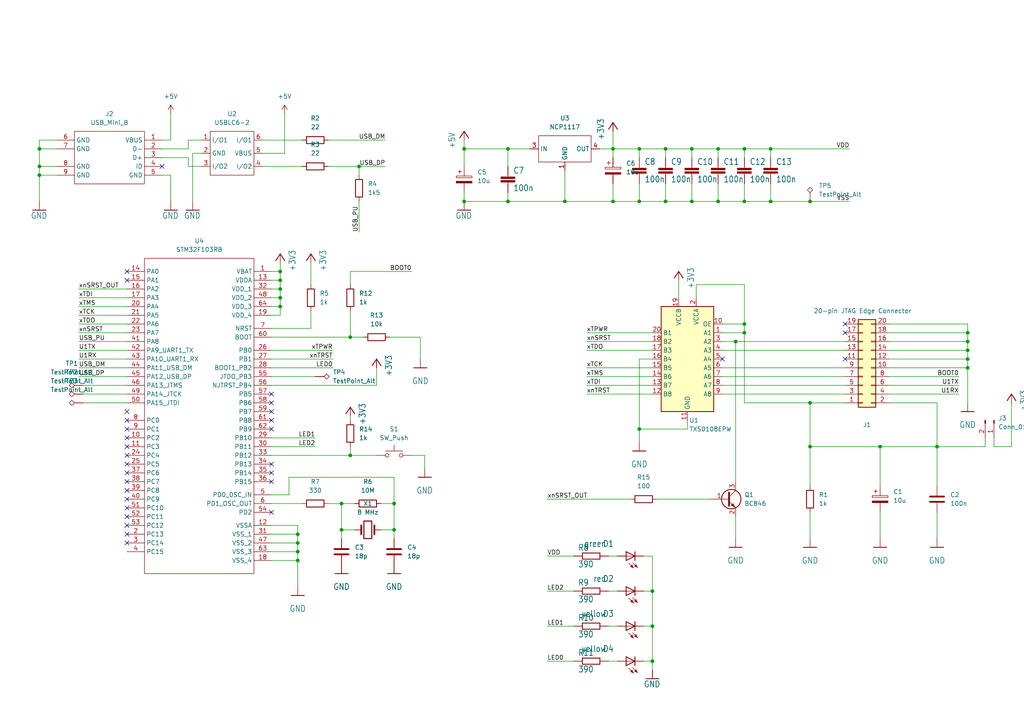
<source format=kicad_sch>
(kicad_sch (version 20211123) (generator eeschema)
  (paper "A4")
  (junction (at 189.23 191.77))
  (junction (at 86.36 154.94))
  (junction (at 208.28 58.42))
  (junction (at 280.67 104.14))
  (junction (at 280.67 99.06))
  (junction (at 177.8 43.18))
  (junction (at 255.27 129.54))
  (junction (at 215.9 93.98))
  (junction (at 134.62 43.18))
  (junction (at 189.23 171.45))
  (junction (at 200.66 43.18))
  (junction (at 185.42 124.46))
  (junction (at 280.67 96.52))
  (junction (at 280.67 101.6))
  (junction (at 177.8 58.42))
  (junction (at 200.66 58.42))
  (junction (at 234.95 116.84))
  (junction (at 223.52 58.42))
  (junction (at 147.32 58.42))
  (junction (at 104.14 48.26))
  (junction (at 193.04 58.42))
  (junction (at 81.28 83.82))
  (junction (at 101.6 132.08))
  (junction (at 11.43 50.8))
  (junction (at 86.36 157.48))
  (junction (at 280.67 106.68))
  (junction (at 81.28 81.28))
  (junction (at 213.36 99.06))
  (junction (at 234.95 58.42))
  (junction (at 163.83 58.42))
  (junction (at 215.9 96.52))
  (junction (at 11.43 43.18))
  (junction (at 223.52 43.18))
  (junction (at 234.95 129.54))
  (junction (at 101.6 97.79))
  (junction (at 86.36 162.56))
  (junction (at 215.9 58.42))
  (junction (at 215.9 43.18))
  (junction (at 185.42 43.18))
  (junction (at 208.28 43.18))
  (junction (at 193.04 43.18))
  (junction (at 134.62 58.42))
  (junction (at 147.32 43.18))
  (junction (at 185.42 58.42))
  (junction (at 99.06 146.05))
  (junction (at 271.78 129.54))
  (junction (at 86.36 160.02))
  (junction (at 81.28 86.36))
  (junction (at 114.3 146.05))
  (junction (at 99.06 153.67))
  (junction (at 189.23 181.61))
  (junction (at 114.3 153.67))
  (junction (at 81.28 78.74))
  (junction (at 81.28 88.9))
  (junction (at 11.43 48.26))
  (no_connect (at 78.74 137.16))
  (no_connect (at 78.74 134.62))
  (no_connect (at 78.74 139.7))
  (no_connect (at 78.74 124.46))
  (no_connect (at 78.74 114.3))
  (no_connect (at 78.74 116.84))
  (no_connect (at 78.74 119.38))
  (no_connect (at 78.74 121.92))
  (no_connect (at 245.11 93.98))
  (no_connect (at 245.11 96.52))
  (no_connect (at 46.99 48.26))
  (no_connect (at 209.55 104.14))
  (no_connect (at 245.11 104.14))
  (no_connect (at 78.74 148.59))
  (no_connect (at 36.83 139.7))
  (no_connect (at 36.83 142.24))
  (no_connect (at 36.83 144.78))
  (no_connect (at 36.83 147.32))
  (no_connect (at 36.83 149.86))
  (no_connect (at 36.83 121.92))
  (no_connect (at 36.83 124.46))
  (no_connect (at 36.83 152.4))
  (no_connect (at 36.83 154.94))
  (no_connect (at 36.83 157.48))
  (no_connect (at 36.83 127))
  (no_connect (at 36.83 129.54))
  (no_connect (at 36.83 132.08))
  (no_connect (at 36.83 134.62))
  (no_connect (at 36.83 137.16))
  (no_connect (at 36.83 119.38))
  (no_connect (at 36.83 78.74))
  (no_connect (at 36.83 81.28))
  (wire (pts (xy 176.53 171.45) (xy 179.07 171.45)))
  (wire (pts (xy 78.74 129.54) (xy 91.44 129.54)))
  (wire (pts (xy 186.69 161.29) (xy 189.23 161.29)))
  (wire (pts (xy 22.86 91.44) (xy 36.83 91.44)))
  (wire (pts (xy 208.28 58.42) (xy 215.9 58.42)))
  (wire (pts (xy 186.69 191.77) (xy 189.23 191.77)))
  (wire (pts (xy 223.52 43.18) (xy 246.38 43.18)))
  (wire (pts (xy 185.42 45.72) (xy 185.42 43.18)))
  (wire (pts (xy 245.11 116.84) (xy 234.95 116.84)))
  (wire (pts (xy 46.99 50.8) (xy 49.53 50.8)))
  (wire (pts (xy 101.6 78.74) (xy 119.38 78.74)))
  (wire (pts (xy 49.53 50.8) (xy 49.53 58.42)))
  (wire (pts (xy 101.6 120.65) (xy 101.6 121.92)))
  (wire (pts (xy 215.9 82.55) (xy 215.9 93.98)))
  (wire (pts (xy 255.27 129.54) (xy 234.95 129.54)))
  (wire (pts (xy 201.93 82.55) (xy 215.9 82.55)))
  (wire (pts (xy 170.18 106.68) (xy 189.23 106.68)))
  (wire (pts (xy 209.55 96.52) (xy 215.9 96.52)))
  (wire (pts (xy 190.5 144.78) (xy 205.74 144.78)))
  (wire (pts (xy 11.43 40.64) (xy 11.43 43.18)))
  (wire (pts (xy 134.62 43.18) (xy 134.62 48.26)))
  (wire (pts (xy 114.3 146.05) (xy 114.3 153.67)))
  (wire (pts (xy 209.55 101.6) (xy 245.11 101.6)))
  (wire (pts (xy 11.43 48.26) (xy 16.51 48.26)))
  (wire (pts (xy 234.95 116.84) (xy 215.9 116.84)))
  (wire (pts (xy 110.49 153.67) (xy 114.3 153.67)))
  (wire (pts (xy 209.55 106.68) (xy 245.11 106.68)))
  (wire (pts (xy 83.82 143.51) (xy 83.82 138.43)))
  (wire (pts (xy 46.99 43.18) (xy 54.61 43.18)))
  (wire (pts (xy 215.9 96.52) (xy 215.9 93.98)))
  (wire (pts (xy 114.3 153.67) (xy 114.3 156.21)))
  (wire (pts (xy 11.43 48.26) (xy 11.43 50.8)))
  (wire (pts (xy 11.43 50.8) (xy 11.43 58.42)))
  (wire (pts (xy 11.43 43.18) (xy 16.51 43.18)))
  (wire (pts (xy 177.8 53.34) (xy 177.8 58.42)))
  (wire (pts (xy 201.93 86.36) (xy 201.93 82.55)))
  (wire (pts (xy 101.6 97.79) (xy 105.41 97.79)))
  (wire (pts (xy 189.23 191.77) (xy 189.23 194.31)))
  (wire (pts (xy 271.78 129.54) (xy 271.78 140.97)))
  (wire (pts (xy 134.62 55.88) (xy 134.62 58.42)))
  (wire (pts (xy 101.6 82.55) (xy 101.6 78.74)))
  (wire (pts (xy 99.06 153.67) (xy 99.06 156.21)))
  (wire (pts (xy 215.9 93.98) (xy 209.55 93.98)))
  (wire (pts (xy 173.99 43.18) (xy 177.8 43.18)))
  (wire (pts (xy 213.36 149.86) (xy 213.36 156.21)))
  (wire (pts (xy 134.62 58.42) (xy 147.32 58.42)))
  (wire (pts (xy 46.99 40.64) (xy 49.53 40.64)))
  (wire (pts (xy 91.44 109.22) (xy 78.74 109.22)))
  (wire (pts (xy 166.37 171.45) (xy 158.75 171.45)))
  (wire (pts (xy 95.25 40.64) (xy 111.76 40.64)))
  (wire (pts (xy 257.81 99.06) (xy 280.67 99.06)))
  (wire (pts (xy 78.74 104.14) (xy 96.52 104.14)))
  (wire (pts (xy 163.83 58.42) (xy 177.8 58.42)))
  (wire (pts (xy 104.14 48.26) (xy 104.14 50.8)))
  (wire (pts (xy 288.29 127) (xy 288.29 129.54)))
  (wire (pts (xy 271.78 116.84) (xy 271.78 129.54)))
  (wire (pts (xy 213.36 99.06) (xy 213.36 139.7)))
  (wire (pts (xy 104.14 48.26) (xy 111.76 48.26)))
  (wire (pts (xy 22.86 93.98) (xy 36.83 93.98)))
  (wire (pts (xy 199.39 124.46) (xy 185.42 124.46)))
  (wire (pts (xy 280.67 104.14) (xy 280.67 106.68)))
  (wire (pts (xy 134.62 43.18) (xy 147.32 43.18)))
  (wire (pts (xy 78.74 78.74) (xy 81.28 78.74)))
  (wire (pts (xy 58.42 44.45) (xy 55.88 44.45)))
  (wire (pts (xy 81.28 83.82) (xy 81.28 81.28)))
  (wire (pts (xy 257.81 111.76) (xy 278.13 111.76)))
  (wire (pts (xy 185.42 124.46) (xy 185.42 128.27)))
  (wire (pts (xy 86.36 157.48) (xy 86.36 160.02)))
  (wire (pts (xy 147.32 43.18) (xy 147.32 48.26)))
  (wire (pts (xy 24.13 111.76) (xy 36.83 111.76)))
  (wire (pts (xy 78.74 127) (xy 91.44 127)))
  (wire (pts (xy 189.23 171.45) (xy 189.23 181.61)))
  (wire (pts (xy 86.36 162.56) (xy 86.36 170.18)))
  (wire (pts (xy 176.53 181.61) (xy 179.07 181.61)))
  (wire (pts (xy 99.06 146.05) (xy 99.06 153.67)))
  (wire (pts (xy 101.6 129.54) (xy 101.6 132.08)))
  (wire (pts (xy 104.14 58.42) (xy 104.14 67.31)))
  (wire (pts (xy 189.23 181.61) (xy 189.23 191.77)))
  (wire (pts (xy 49.53 33.02) (xy 49.53 40.64)))
  (wire (pts (xy 22.86 88.9) (xy 36.83 88.9)))
  (wire (pts (xy 82.55 33.02) (xy 82.55 44.45)))
  (wire (pts (xy 223.52 58.42) (xy 234.95 58.42)))
  (wire (pts (xy 234.95 116.84) (xy 234.95 129.54)))
  (wire (pts (xy 22.86 104.14) (xy 36.83 104.14)))
  (wire (pts (xy 54.61 43.18) (xy 54.61 40.64)))
  (wire (pts (xy 257.81 96.52) (xy 280.67 96.52)))
  (wire (pts (xy 215.9 43.18) (xy 223.52 43.18)))
  (wire (pts (xy 193.04 58.42) (xy 193.04 53.34)))
  (wire (pts (xy 209.55 114.3) (xy 245.11 114.3)))
  (wire (pts (xy 285.75 129.54) (xy 271.78 129.54)))
  (wire (pts (xy 185.42 104.14) (xy 185.42 124.46)))
  (wire (pts (xy 223.52 45.72) (xy 223.52 43.18)))
  (wire (pts (xy 280.67 99.06) (xy 280.67 101.6)))
  (wire (pts (xy 255.27 140.97) (xy 255.27 129.54)))
  (wire (pts (xy 119.38 132.08) (xy 123.19 132.08)))
  (wire (pts (xy 78.74 86.36) (xy 81.28 86.36)))
  (wire (pts (xy 134.62 40.64) (xy 134.62 43.18)))
  (wire (pts (xy 147.32 58.42) (xy 147.32 55.88)))
  (wire (pts (xy 78.74 152.4) (xy 86.36 152.4)))
  (wire (pts (xy 257.81 93.98) (xy 280.67 93.98)))
  (wire (pts (xy 257.81 101.6) (xy 280.67 101.6)))
  (wire (pts (xy 78.74 160.02) (xy 86.36 160.02)))
  (wire (pts (xy 209.55 99.06) (xy 213.36 99.06)))
  (wire (pts (xy 177.8 38.1) (xy 177.8 43.18)))
  (wire (pts (xy 22.86 106.68) (xy 36.83 106.68)))
  (wire (pts (xy 78.74 101.6) (xy 96.52 101.6)))
  (wire (pts (xy 257.81 104.14) (xy 280.67 104.14)))
  (wire (pts (xy 257.81 114.3) (xy 278.13 114.3)))
  (wire (pts (xy 255.27 148.59) (xy 255.27 156.21)))
  (wire (pts (xy 46.99 45.72) (xy 54.61 45.72)))
  (wire (pts (xy 11.43 43.18) (xy 11.43 48.26)))
  (wire (pts (xy 176.53 161.29) (xy 179.07 161.29)))
  (wire (pts (xy 78.74 132.08) (xy 101.6 132.08)))
  (wire (pts (xy 11.43 50.8) (xy 16.51 50.8)))
  (wire (pts (xy 78.74 83.82) (xy 81.28 83.82)))
  (wire (pts (xy 76.2 48.26) (xy 87.63 48.26)))
  (wire (pts (xy 185.42 58.42) (xy 185.42 53.34)))
  (wire (pts (xy 101.6 90.17) (xy 101.6 97.79)))
  (wire (pts (xy 22.86 96.52) (xy 36.83 96.52)))
  (wire (pts (xy 200.66 45.72) (xy 200.66 43.18)))
  (wire (pts (xy 83.82 138.43) (xy 114.3 138.43)))
  (wire (pts (xy 280.67 106.68) (xy 280.67 116.84)))
  (wire (pts (xy 257.81 116.84) (xy 271.78 116.84)))
  (wire (pts (xy 78.74 154.94) (xy 86.36 154.94)))
  (wire (pts (xy 78.74 81.28) (xy 81.28 81.28)))
  (wire (pts (xy 81.28 78.74) (xy 81.28 76.2)))
  (wire (pts (xy 170.18 96.52) (xy 189.23 96.52)))
  (wire (pts (xy 193.04 43.18) (xy 200.66 43.18)))
  (wire (pts (xy 170.18 109.22) (xy 189.23 109.22)))
  (wire (pts (xy 196.85 81.28) (xy 196.85 86.36)))
  (wire (pts (xy 170.18 101.6) (xy 189.23 101.6)))
  (wire (pts (xy 123.19 132.08) (xy 123.19 135.89)))
  (wire (pts (xy 78.74 97.79) (xy 101.6 97.79)))
  (wire (pts (xy 114.3 138.43) (xy 114.3 146.05)))
  (wire (pts (xy 177.8 45.72) (xy 177.8 43.18)))
  (wire (pts (xy 76.2 44.45) (xy 82.55 44.45)))
  (wire (pts (xy 78.74 106.68) (xy 96.52 106.68)))
  (wire (pts (xy 86.36 154.94) (xy 86.36 157.48)))
  (wire (pts (xy 78.74 111.76) (xy 109.22 111.76)))
  (wire (pts (xy 200.66 58.42) (xy 200.66 53.34)))
  (wire (pts (xy 78.74 95.25) (xy 90.17 95.25)))
  (wire (pts (xy 24.13 114.3) (xy 36.83 114.3)))
  (wire (pts (xy 95.25 48.26) (xy 104.14 48.26)))
  (wire (pts (xy 280.67 96.52) (xy 280.67 99.06)))
  (wire (pts (xy 234.95 129.54) (xy 234.95 140.97)))
  (wire (pts (xy 86.36 152.4) (xy 86.36 154.94)))
  (wire (pts (xy 271.78 148.59) (xy 271.78 156.21)))
  (wire (pts (xy 170.18 111.76) (xy 189.23 111.76)))
  (wire (pts (xy 78.74 162.56) (xy 86.36 162.56)))
  (wire (pts (xy 177.8 43.18) (xy 185.42 43.18)))
  (wire (pts (xy 78.74 146.05) (xy 87.63 146.05)))
  (wire (pts (xy 215.9 45.72) (xy 215.9 43.18)))
  (wire (pts (xy 110.49 146.05) (xy 114.3 146.05)))
  (wire (pts (xy 54.61 40.64) (xy 58.42 40.64)))
  (wire (pts (xy 189.23 161.29) (xy 189.23 171.45)))
  (wire (pts (xy 255.27 129.54) (xy 271.78 129.54)))
  (wire (pts (xy 185.42 58.42) (xy 193.04 58.42)))
  (wire (pts (xy 193.04 58.42) (xy 200.66 58.42)))
  (wire (pts (xy 234.95 58.42) (xy 246.38 58.42)))
  (wire (pts (xy 95.25 146.05) (xy 99.06 146.05)))
  (wire (pts (xy 22.86 109.22) (xy 36.83 109.22)))
  (wire (pts (xy 208.28 45.72) (xy 208.28 43.18)))
  (wire (pts (xy 208.28 43.18) (xy 215.9 43.18)))
  (wire (pts (xy 177.8 58.42) (xy 185.42 58.42)))
  (wire (pts (xy 185.42 43.18) (xy 193.04 43.18)))
  (wire (pts (xy 186.69 181.61) (xy 189.23 181.61)))
  (wire (pts (xy 163.83 49.53) (xy 163.83 58.42)))
  (wire (pts (xy 158.75 144.78) (xy 182.88 144.78)))
  (wire (pts (xy 158.75 161.29) (xy 166.37 161.29)))
  (wire (pts (xy 199.39 121.92) (xy 199.39 124.46)))
  (wire (pts (xy 280.67 101.6) (xy 280.67 104.14)))
  (wire (pts (xy 293.37 116.84) (xy 293.37 129.54)))
  (wire (pts (xy 189.23 104.14) (xy 185.42 104.14)))
  (wire (pts (xy 22.86 99.06) (xy 36.83 99.06)))
  (wire (pts (xy 147.32 43.18) (xy 153.67 43.18)))
  (wire (pts (xy 288.29 129.54) (xy 293.37 129.54)))
  (wire (pts (xy 78.74 88.9) (xy 81.28 88.9)))
  (wire (pts (xy 81.28 88.9) (xy 81.28 86.36)))
  (wire (pts (xy 193.04 45.72) (xy 193.04 43.18)))
  (wire (pts (xy 101.6 132.08) (xy 109.22 132.08)))
  (wire (pts (xy 213.36 99.06) (xy 245.11 99.06)))
  (wire (pts (xy 113.03 97.79) (xy 121.92 97.79)))
  (wire (pts (xy 76.2 40.64) (xy 87.63 40.64)))
  (wire (pts (xy 166.37 181.61) (xy 158.75 181.61)))
  (wire (pts (xy 81.28 81.28) (xy 81.28 78.74)))
  (wire (pts (xy 99.06 146.05) (xy 102.87 146.05)))
  (wire (pts (xy 109.22 106.68) (xy 109.22 111.76)))
  (wire (pts (xy 200.66 58.42) (xy 208.28 58.42)))
  (wire (pts (xy 90.17 76.2) (xy 90.17 82.55)))
  (wire (pts (xy 81.28 86.36) (xy 81.28 83.82)))
  (wire (pts (xy 22.86 101.6) (xy 36.83 101.6)))
  (wire (pts (xy 215.9 58.42) (xy 215.9 53.34)))
  (wire (pts (xy 54.61 45.72) (xy 54.61 48.26)))
  (wire (pts (xy 208.28 58.42) (xy 208.28 53.34)))
  (wire (pts (xy 166.37 191.77) (xy 158.75 191.77)))
  (wire (pts (xy 200.66 43.18) (xy 208.28 43.18)))
  (wire (pts (xy 285.75 127) (xy 285.75 129.54)))
  (wire (pts (xy 90.17 90.17) (xy 90.17 95.25)))
  (wire (pts (xy 170.18 99.06) (xy 189.23 99.06)))
  (wire (pts (xy 54.61 48.26) (xy 58.42 48.26)))
  (wire (pts (xy 16.51 40.64) (xy 11.43 40.64)))
  (wire (pts (xy 176.53 191.77) (xy 179.07 191.77)))
  (wire (pts (xy 147.32 58.42) (xy 163.83 58.42)))
  (wire (pts (xy 257.81 109.22) (xy 278.13 109.22)))
  (wire (pts (xy 55.88 44.45) (xy 55.88 58.42)))
  (wire (pts (xy 209.55 111.76) (xy 245.11 111.76)))
  (wire (pts (xy 24.13 116.84) (xy 36.83 116.84)))
  (wire (pts (xy 86.36 160.02) (xy 86.36 162.56)))
  (wire (pts (xy 215.9 58.42) (xy 223.52 58.42)))
  (wire (pts (xy 121.92 97.79) (xy 121.92 104.14)))
  (wire (pts (xy 280.67 93.98) (xy 280.67 96.52)))
  (wire (pts (xy 215.9 116.84) (xy 215.9 96.52)))
  (wire (pts (xy 186.69 171.45) (xy 189.23 171.45)))
  (wire (pts (xy 99.06 153.67) (xy 102.87 153.67)))
  (wire (pts (xy 81.28 91.44) (xy 81.28 88.9)))
  (wire (pts (xy 78.74 143.51) (xy 83.82 143.51)))
  (wire (pts (xy 22.86 86.36) (xy 36.83 86.36)))
  (wire (pts (xy 78.74 157.48) (xy 86.36 157.48)))
  (wire (pts (xy 170.18 114.3) (xy 189.23 114.3)))
  (wire (pts (xy 257.81 106.68) (xy 280.67 106.68)))
  (wire (pts (xy 209.55 109.22) (xy 245.11 109.22)))
  (wire (pts (xy 234.95 148.59) (xy 234.95 156.21)))
  (wire (pts (xy 22.86 83.82) (xy 36.83 83.82)))
  (wire (pts (xy 223.52 58.42) (xy 223.52 53.34)))
  (wire (pts (xy 78.74 91.44) (xy 81.28 91.44)))
  (label "xTDO" (at 22.86 93.98 0))
  (label "xnSRST_OUT" (at 158.75 144.78 0))
  (label "LED2" (at 91.44 129.54 180))
  (label "LED0" (at 158.75 191.77 0) (effects (font (size 1.2446 1.2446))))
  (label "USB_DM" (at 22.86 106.68 0))
  (label "xTDI" (at 170.18 111.76 0))
  (label "U1RX" (at 278.13 114.3 180))
  (label "U1TX" (at 278.13 111.76 180))
  (label "VSS" (at 246.38 58.42 180))
  (label "LED1" (at 91.44 127 180))
  (label "LED1" (at 158.75 181.61 0) (effects (font (size 1.2446 1.2446))))
  (label "LED2" (at 158.75 171.45 0) (effects (font (size 1.2446 1.2446))))
  (label "USB_DP" (at 22.86 109.22 0))
  (label "xnSRST" (at 170.18 99.06 0))
  (label "USB_DM" (at 111.76 40.64 180))
  (label "U1TX" (at 22.86 101.6 0))
  (label "xTDO" (at 170.18 101.6 0))
  (label "xTPWR" (at 96.52 101.6 180))
  (label "VDD" (at 158.75 161.29 0))
  (label "USB_DP" (at 111.76 48.26 180))
  (label "xnSRST_OUT" (at 22.86 83.82 0))
  (label "xTDI" (at 22.86 86.36 0))
  (label "USB_PU" (at 22.86 99.06 0))
  (label "VDD" (at 246.38 43.18 180))
  (label "BOOT0" (at 119.38 78.74 180))
  (label "xTMS" (at 22.86 88.9 0))
  (label "xnSRST" (at 22.86 96.52 0))
  (label "xTCK" (at 22.86 91.44 0))
  (label "LED0" (at 96.52 106.68 180))
  (label "xTCK" (at 170.18 106.68 0))
  (label "xTPWR" (at 170.18 96.52 0))
  (label "U1RX" (at 22.86 104.14 0))
  (label "BOOT0" (at 278.13 109.22 180))
  (label "xnTRST" (at 96.52 104.14 180))
  (label "xTMS" (at 170.18 109.22 0))
  (label "USB_PU" (at 104.14 67.31 90))
  (label "xnTRST" (at 170.18 114.3 0))
  (symbol (lib_id "Device:R") (at 101.6 125.73 0) (unit 1)
    (property "Reference" "R14" (at 104.14 124.4599 0) (effects (justify left)))
    (property "Value" "1k" (at 104.14 126.9999 0) (effects (justify left)))
    (property "Footprint" "Resistor_SMD:R_0603_1608Metric" (effects hide))
    (property "LCSC Number Part" "C21190" (effects hide))
  )
  (symbol (lib_id "SparkFun_MicroMod_ESP32-eagle-import:GND") (at 271.78 158.75 0) (unit 1)
    (property "Reference" "#GND0113" (effects hide))
    (property "Value" "GND" (at 271.78 162.56 0) (effects (font (size 1.778 1.5113))))
    (property "Footprint" "SparkFun_MicroMod_ESP32:" (effects hide))
  )
  (symbol (lib_id "Device:R") (at 186.69 144.78 90) (unit 1)
    (property "Reference" "R15" (at 186.69 138.43 90))
    (property "Value" "100" (at 186.69 140.97 90))
    (property "Footprint" "Resistor_SMD:R_0603_1608Metric" (effects hide))
    (property "LCSC Number Part" "C22775" (effects hide))
  )
  (symbol (lib_id "power:+5V") (at 82.55 33.02 0) (unit 1)
    (property "Reference" "#PWR0102" (effects hide))
    (property "Value" "+5V" (at 82.55 27.94 0))
  )
  (symbol (lib_id "bmp_entropia-eagle-import:GND") (at 189.23 196.85 0) (unit 1)
    (property "Reference" "#GND05" (effects hide))
    (property "Value" "GND" (at 186.69 199.39 0) (effects (font (size 1.778 1.5113)) (justify left bottom)))
    (property "Footprint" "bmp_entropia:" (effects hide))
  )
  (symbol (lib_name "LEDCHIPLED_0603_3") (lib_id "bmp_entropia-eagle-import:LEDCHIPLED_0603") (at 181.61 181.61 90) (unit 1)
    (property "Reference" "D3" (at 178.054 177.038 90) (effects (font (size 1.778 1.5113)) (justify left bottom)))
    (property "Value" "yellow" (at 175.895 177.038 90) (effects (font (size 1.778 1.5113)) (justify left bottom)))
    (property "Footprint" "LED_SMD:LED_0805_2012Metric" (effects hide))
    (property "LCSC Number Part" "C434436" (effects hide))
  )
  (symbol (lib_id "bmp_entropia-eagle-import:R-EU_R0603") (at 171.45 161.29 0) (unit 1)
    (property "Reference" "R8" (at 167.64 159.7914 0) (effects (font (size 1.778 1.5113)) (justify left bottom)))
    (property "Value" "390" (at 167.64 164.592 0) (effects (font (size 1.778 1.5113)) (justify left bottom)))
    (property "Footprint" "Resistor_SMD:R_0603_1608Metric" (effects hide))
    (property "LCSC Number Part" "C23151" (effects hide))
  )
  (symbol (lib_id "bmp_entropia-eagle-import:+3V3") (at 196.85 78.74 0) (mirror y) (unit 1)
    (property "Reference" "#+3V0104" (effects hide))
    (property "Value" "+3V3" (at 199.39 83.82 90) (effects (font (size 1.778 1.5113)) (justify left bottom)))
    (property "Footprint" "bmp_entropia:" (effects hide))
  )
  (symbol (lib_id "Switch:SW_Push") (at 114.3 132.08 0) (unit 1)
    (property "Reference" "S1" (at 114.3 124.46 0))
    (property "Value" "SW_Push" (at 114.3 127 0))
    (property "Footprint" "EOS:JPM1040-2013FC" (effects hide))
    (property "LCSC Number Part" "C516061" (effects hide))
  )
  (symbol (lib_id "Device:R") (at 91.44 48.26 90) (unit 1)
    (property "Reference" "R3" (at 91.44 41.91 90))
    (property "Value" "22" (at 91.44 44.45 90))
    (property "Footprint" "Resistor_SMD:R_0603_1608Metric" (effects hide))
    (property "LCSC Number Part" "C23345" (effects hide))
  )
  (symbol (lib_id "Logic_LevelTranslator:TXS0108EPW") (at 199.39 104.14 0) (mirror y) (unit 1)
    (property "Reference" "U1" (at 199.9106 121.92 0) (effects (justify right)))
    (property "Value" "TXS0108EPW" (at 199.9106 124.46 0) (effects (justify right)))
    (property "Footprint" "Package_SO:TSSOP-20_4.4x6.5mm_P0.65mm" (effects hide))
    (property "Datasheet" "www.ti.com/lit/ds/symlink/txs0108e.pdf" (effects hide))
    (property "LCSC Number Part" "C17206" (effects hide))
  )
  (symbol (lib_id "SparkFun_MicroMod_ESP32-eagle-import:GND") (at 121.92 106.68 0) (unit 1)
    (property "Reference" "#GND0101" (effects hide))
    (property "Value" "GND" (at 121.92 110.49 0) (effects (font (size 1.778 1.5113))))
    (property "Footprint" "SparkFun_MicroMod_ESP32:" (effects hide))
  )
  (symbol (lib_id "SparkFun_MicroMod_ESP32-eagle-import:GND") (at 99.06 166.37 0) (unit 1)
    (property "Reference" "#GND0103" (effects hide))
    (property "Value" "GND" (at 99.06 170.18 0) (effects (font (size 1.778 1.5113))))
    (property "Footprint" "SparkFun_MicroMod_ESP32:" (effects hide))
  )
  (symbol (lib_id "bmp_entropia-eagle-import:+3V3") (at 177.8 35.56 0) (unit 1)
    (property "Reference" "#+3V010" (effects hide))
    (property "Value" "+3V3" (at 175.26 40.64 90) (effects (font (size 1.778 1.5113)) (justify left bottom)))
    (property "Footprint" "bmp_entropia:" (effects hide))
  )
  (symbol (lib_id "Connector:TestPoint_Alt") (at 24.13 114.3 90) (unit 1) (in_bom no)
    (property "Reference" "TP2" (at 20.828 107.95 90))
    (property "Value" "TestPoint_Alt" (at 20.828 110.49 90))
    (property "Footprint" "TestPoint:TestPoint_Pad_1.0x1.0mm" (effects hide))
  )
  (symbol (lib_id "bmp_entropia-eagle-import:GND") (at 11.43 60.96 0) (unit 1)
    (property "Reference" "#GND0106" (effects hide))
    (property "Value" "GND" (at 8.89 63.5 0) (effects (font (size 1.778 1.5113)) (justify left bottom)))
    (property "Footprint" "bmp_entropia:" (effects hide))
  )
  (symbol (lib_id "UNIclicker:USBLC6-2P6") (at 67.31 44.45 0) (unit 1)
    (property "Reference" "U2" (at 67.31 33.02 0))
    (property "Value" "USBLC6-2" (at 67.31 35.56 0))
    (property "Footprint" "EOS:USBLC6-2P6" (effects hide))
    (property "LCSC Number Part" "C2827693" (effects hide))
  )
  (symbol (lib_id "bmp_entropia-eagle-import:C-EUC0603") (at 200.66 48.26 0) (unit 1)
    (property "Reference" "C10" (at 202.184 47.879 0) (effects (font (size 1.778 1.5113)) (justify left bottom)))
    (property "Value" "100n" (at 202.184 52.959 0) (effects (font (size 1.778 1.5113)) (justify left bottom)))
    (property "Footprint" "Capacitor_SMD:C_0603_1608Metric" (effects hide))
    (property "LCSC Number Part" "C1591" (effects hide))
  )
  (symbol (lib_id "blackmagic:STM32F103RB") (at 58.42 102.87 0) (unit 1)
    (property "Reference" "U4" (at 57.785 69.85 0))
    (property "Value" "STM32F103RB" (at 57.785 72.39 0))
    (property "Footprint" "Package_QFP:LQFP-64_10x10mm_P0.5mm" (effects hide))
    (property "LCSC Number Part" "C8735" (effects hide))
  )
  (symbol (lib_id "Device:C") (at 271.78 144.78 0) (unit 1)
    (property "Reference" "C2" (at 275.59 143.5099 0) (effects (justify left)))
    (property "Value" "100n" (at 275.59 146.0499 0) (effects (justify left)))
    (property "Footprint" "Capacitor_SMD:C_0603_1608Metric" (effects hide))
    (property "LCSC Number Part" "C1591" (effects hide))
  )
  (symbol (lib_id "Connector:TestPoint_Alt") (at 91.44 109.22 270) (unit 1) (in_bom no)
    (property "Reference" "TP4" (at 96.52 107.9499 90) (effects (justify left)))
    (property "Value" "TestPoint_Alt" (at 96.52 110.4899 90) (effects (justify left)))
    (property "Footprint" "TestPoint:TestPoint_Pad_1.0x1.0mm" (effects hide))
  )
  (symbol (lib_name "LEDCHIPLED_0603_2") (lib_id "bmp_entropia-eagle-import:LEDCHIPLED_0603") (at 181.61 171.45 90) (unit 1)
    (property "Reference" "D2" (at 178.054 166.878 90) (effects (font (size 1.778 1.5113)) (justify left bottom)))
    (property "Value" "red" (at 175.895 166.878 90) (effects (font (size 1.778 1.5113)) (justify left bottom)))
    (property "Footprint" "LED_SMD:LED_0805_2012Metric" (effects hide))
    (property "LCSC Number Part" "C434431" (effects hide))
  )
  (symbol (lib_id "SparkFun_MicroMod_ESP32-eagle-import:GND") (at 86.36 172.72 0) (unit 1)
    (property "Reference" "#GND0105" (effects hide))
    (property "Value" "GND" (at 86.36 176.53 0) (effects (font (size 1.778 1.5113))))
    (property "Footprint" "SparkFun_MicroMod_ESP32:" (effects hide))
  )
  (symbol (lib_id "bmp_entropia-eagle-import:C-EUC0603") (at 193.04 48.26 0) (unit 1)
    (property "Reference" "C9" (at 194.564 47.879 0) (effects (font (size 1.778 1.5113)) (justify left bottom)))
    (property "Value" "100n" (at 194.564 52.959 0) (effects (font (size 1.778 1.5113)) (justify left bottom)))
    (property "Footprint" "Capacitor_SMD:C_0603_1608Metric" (effects hide))
    (property "LCSC Number Part" "C1591" (effects hide))
  )
  (symbol (lib_id "Device:R") (at 90.17 86.36 180) (unit 1)
    (property "Reference" "R5" (at 92.71 85.0899 0) (effects (justify right)))
    (property "Value" "1k" (at 92.71 87.6299 0) (effects (justify right)))
    (property "Footprint" "Resistor_SMD:R_0603_1608Metric" (effects hide))
    (property "LCSC Number Part" "C21190" (effects hide))
  )
  (symbol (lib_id "bmp_entropia-eagle-import:LEDCHIPLED_0603") (at 181.61 191.77 90) (unit 1)
    (property "Reference" "D4" (at 178.054 187.198 90) (effects (font (size 1.778 1.5113)) (justify left bottom)))
    (property "Value" "yellow" (at 175.895 187.198 90) (effects (font (size 1.778 1.5113)) (justify left bottom)))
    (property "Footprint" "LED_SMD:LED_0805_2012Metric" (effects hide))
    (property "LCSC Number Part" "C434436" (effects hide))
  )
  (symbol (lib_id "Device:R") (at 106.68 146.05 90) (unit 1)
    (property "Reference" "R6" (at 106.68 139.7 90))
    (property "Value" "10M" (at 106.68 142.24 90))
    (property "Footprint" "Resistor_SMD:R_0603_1608Metric" (effects hide))
    (property "LCSC Number Part" "C26097" (effects hide))
  )
  (symbol (lib_id "power:+5V") (at 49.53 33.02 0) (unit 1)
    (property "Reference" "#PWR0101" (effects hide))
    (property "Value" "+5V" (at 49.53 27.94 0))
  )
  (symbol (lib_id "bmp_entropia-eagle-import:+3V3") (at 109.22 104.14 0) (mirror y) (unit 1)
    (property "Reference" "#+3V0102" (effects hide))
    (property "Value" "+3V3" (at 111.76 109.22 90) (effects (font (size 1.778 1.5113)) (justify left bottom)))
    (property "Footprint" "bmp_entropia:" (effects hide))
  )
  (symbol (lib_id "Device:R") (at 109.22 97.79 90) (unit 1)
    (property "Reference" "R13" (at 109.22 91.44 90))
    (property "Value" "10k" (at 109.22 93.98 90))
    (property "Footprint" "Resistor_SMD:R_0603_1608Metric" (effects hide))
    (property "LCSC Number Part" "C25804" (effects hide))
  )
  (symbol (lib_id "SparkFun_MicroMod_ESP32-eagle-import:GND") (at 123.19 138.43 0) (unit 1)
    (property "Reference" "#GND0102" (effects hide))
    (property "Value" "GND" (at 123.19 142.24 0) (effects (font (size 1.778 1.5113))))
    (property "Footprint" "SparkFun_MicroMod_ESP32:" (effects hide))
  )
  (symbol (lib_id "Connector:Conn_01x02_Male") (at 288.29 121.92 270) (unit 1) (in_bom no)
    (property "Reference" "J3" (at 289.56 121.2849 90) (effects (justify left)))
    (property "Value" "Conn_01x02_Male" (at 289.56 123.8249 90) (effects (justify left)))
    (property "Footprint" "Connector_PinHeader_2.54mm:PinHeader_1x02_P2.54mm_Vertical" (effects hide))
  )
  (symbol (lib_id "Device:Crystal") (at 106.68 153.67 0) (unit 1)
    (property "Reference" "X1" (at 106.68 146.05 0))
    (property "Value" "8 MHz" (at 106.68 148.59 0))
    (property "Footprint" "EOS:C08000J060" (effects hide))
    (property "LCSC Number Part" "C259040" (effects hide))
  )
  (symbol (lib_id "SparkFun_MicroMod_ESP32-eagle-import:GND") (at 185.42 130.81 0) (unit 1)
    (property "Reference" "#GND0111" (effects hide))
    (property "Value" "GND" (at 185.42 134.62 0) (effects (font (size 1.778 1.5113))))
    (property "Footprint" "SparkFun_MicroMod_ESP32:" (effects hide))
  )
  (symbol (lib_name "USB_Mini_B_1") (lib_id "BMP2:USB_Mini_B") (at 31.75 45.72 0) (unit 1)
    (property "Reference" "J2" (at 31.75 33.02 0))
    (property "Value" "USB_Mini_B" (at 31.75 35.56 0))
    (property "Footprint" "EOS:U-M-M5SS-W-2" (effects hide))
    (property "LCSC Number Part" "C91144" (effects hide))
  )
  (symbol (lib_id "Connector:TestPoint_Alt") (at 24.13 111.76 90) (unit 1) (in_bom no)
    (property "Reference" "TP1" (at 20.828 105.41 90))
    (property "Value" "TestPoint_Alt" (at 20.828 107.95 90))
    (property "Footprint" "TestPoint:TestPoint_Pad_1.0x1.0mm" (effects hide))
  )
  (symbol (lib_id "bmp_entropia-eagle-import:C-EUC0603") (at 223.52 48.26 0) (unit 1)
    (property "Reference" "C13" (at 225.044 47.879 0) (effects (font (size 1.778 1.5113)) (justify left bottom)))
    (property "Value" "100n" (at 225.044 52.959 0) (effects (font (size 1.778 1.5113)) (justify left bottom)))
    (property "Footprint" "Capacitor_SMD:C_0603_1608Metric" (effects hide))
    (property "LCSC Number Part" "C1591" (effects hide))
  )
  (symbol (lib_id "Device:R") (at 91.44 146.05 90) (unit 1)
    (property "Reference" "R7" (at 91.44 139.7 90))
    (property "Value" "330" (at 91.44 142.24 90))
    (property "Footprint" "Resistor_SMD:R_0603_1608Metric" (effects hide))
    (property "LCSC Number Part" "C23138" (effects hide))
  )
  (symbol (lib_id "bmp_entropia-eagle-import:GND") (at 134.62 60.96 0) (unit 1)
    (property "Reference" "#GND011" (effects hide))
    (property "Value" "GND" (at 132.08 63.5 0) (effects (font (size 1.778 1.5113)) (justify left bottom)))
    (property "Footprint" "bmp_entropia:" (effects hide))
  )
  (symbol (lib_id "SparkFun_MicroMod_ESP32-eagle-import:GND") (at 280.67 119.38 0) (unit 1)
    (property "Reference" "#GND0112" (effects hide))
    (property "Value" "GND" (at 280.67 123.19 0) (effects (font (size 1.778 1.5113))))
    (property "Footprint" "SparkFun_MicroMod_ESP32:" (effects hide))
  )
  (symbol (lib_id "Device:C") (at 99.06 160.02 0) (unit 1)
    (property "Reference" "C3" (at 102.87 158.7499 0) (effects (justify left)))
    (property "Value" "18p" (at 102.87 161.2899 0) (effects (justify left)))
    (property "Footprint" "Capacitor_SMD:C_0603_1608Metric" (effects hide))
    (property "LCSC Number Part" "C1647" (effects hide))
  )
  (symbol (lib_id "SparkFun_MicroMod_ESP32-eagle-import:GND") (at 114.3 166.37 0) (unit 1)
    (property "Reference" "#GND0104" (effects hide))
    (property "Value" "GND" (at 114.3 170.18 0) (effects (font (size 1.778 1.5113))))
    (property "Footprint" "SparkFun_MicroMod_ESP32:" (effects hide))
  )
  (symbol (lib_id "bmp_entropia-eagle-import:R-EU_R0603") (at 171.45 181.61 0) (unit 1)
    (property "Reference" "R10" (at 167.64 180.1114 0) (effects (font (size 1.778 1.5113)) (justify left bottom)))
    (property "Value" "390" (at 167.64 184.912 0) (effects (font (size 1.778 1.5113)) (justify left bottom)))
    (property "Footprint" "Resistor_SMD:R_0603_1608Metric" (effects hide))
    (property "LCSC Number Part" "C23151" (effects hide))
  )
  (symbol (lib_id "bmp_entropia-eagle-import:+3V3") (at 293.37 114.3 0) (mirror y) (unit 1)
    (property "Reference" "#+3V0105" (effects hide))
    (property "Value" "+3V3" (at 295.91 119.38 90) (effects (font (size 1.778 1.5113)) (justify left bottom)))
    (property "Footprint" "bmp_entropia:" (effects hide))
  )
  (symbol (lib_id "bmp_entropia-eagle-import:GND") (at 49.53 60.96 0) (unit 1)
    (property "Reference" "#GND0107" (effects hide))
    (property "Value" "GND" (at 46.99 63.5 0) (effects (font (size 1.778 1.5113)) (justify left bottom)))
    (property "Footprint" "bmp_entropia:" (effects hide))
  )
  (symbol (lib_id "Device:R") (at 101.6 86.36 0) (unit 1)
    (property "Reference" "R12" (at 104.14 85.0899 0) (effects (justify left)))
    (property "Value" "1k" (at 104.14 87.6299 0) (effects (justify left)))
    (property "Footprint" "Resistor_SMD:R_0603_1608Metric" (effects hide))
    (property "LCSC Number Part" "C21190" (effects hide))
  )
  (symbol (lib_id "bmp_entropia-eagle-import:C-EUC0603") (at 215.9 48.26 0) (unit 1)
    (property "Reference" "C12" (at 217.424 47.879 0) (effects (font (size 1.778 1.5113)) (justify left bottom)))
    (property "Value" "100n" (at 217.424 52.959 0) (effects (font (size 1.778 1.5113)) (justify left bottom)))
    (property "Footprint" "Capacitor_SMD:C_0603_1608Metric" (effects hide))
    (property "LCSC Number Part" "C1591" (effects hide))
  )
  (symbol (lib_name "LEDCHIPLED_0603_1") (lib_id "bmp_entropia-eagle-import:LEDCHIPLED_0603") (at 181.61 161.29 90) (unit 1)
    (property "Reference" "D1" (at 178.054 156.718 90) (effects (font (size 1.778 1.5113)) (justify left bottom)))
    (property "Value" "green" (at 175.895 156.718 90) (effects (font (size 1.778 1.5113)) (justify left bottom)))
    (property "Footprint" "LED_SMD:LED_0805_2012Metric" (effects hide))
    (property "LCSC Number Part" "C434432" (effects hide))
  )
  (symbol (lib_id "Device:R") (at 91.44 40.64 90) (unit 1)
    (property "Reference" "R2" (at 91.44 34.29 90))
    (property "Value" "22" (at 91.44 36.83 90))
    (property "Footprint" "Resistor_SMD:R_0603_1608Metric" (effects hide))
    (property "LCSC Number Part" "C23345" (effects hide))
  )
  (symbol (lib_id "bmp_entropia-eagle-import:+3V3") (at 101.6 118.11 0) (mirror y) (unit 1)
    (property "Reference" "#+3V0103" (effects hide))
    (property "Value" "+3V3" (at 104.14 123.19 90) (effects (font (size 1.778 1.5113)) (justify left bottom)))
    (property "Footprint" "bmp_entropia:" (effects hide))
  )
  (symbol (lib_id "Connector:TestPoint_Alt") (at 24.13 116.84 90) (unit 1) (in_bom no)
    (property "Reference" "TP3" (at 20.828 110.49 90))
    (property "Value" "TestPoint_Alt" (at 20.828 113.03 90))
    (property "Footprint" "TestPoint:TestPoint_Pad_1.0x1.0mm" (effects hide))
  )
  (symbol (lib_id "bmp_entropia-eagle-import:+3V3") (at 81.28 73.66 0) (mirror y) (unit 1)
    (property "Reference" "#+3V01" (effects hide))
    (property "Value" "+3V3" (at 83.82 78.74 90) (effects (font (size 1.778 1.5113)) (justify left bottom)))
    (property "Footprint" "bmp_entropia:" (effects hide))
  )
  (symbol (lib_id "Device:C_Polarized") (at 255.27 144.78 0) (unit 1)
    (property "Reference" "C1" (at 259.08 142.6209 0) (effects (justify left)))
    (property "Value" "10u" (at 259.08 145.1609 0) (effects (justify left)))
    (property "Footprint" "EOS:CASE-A_3216" (effects hide))
    (property "LCSC Number Part" "C7171" (effects hide))
  )
  (symbol (lib_id "bmp_entropia-eagle-import:+5V") (at 134.62 38.1 0) (unit 1)
    (property "Reference" "#P+03" (effects hide))
    (property "Value" "+5V" (at 132.08 43.18 90) (effects (font (size 1.778 1.5113)) (justify left bottom)))
    (property "Footprint" "bmp_entropia:" (effects hide))
  )
  (symbol (lib_id "bmp_entropia-eagle-import:GND") (at 55.88 60.96 0) (unit 1)
    (property "Reference" "#GND0108" (effects hide))
    (property "Value" "GND" (at 53.34 63.5 0) (effects (font (size 1.778 1.5113)) (justify left bottom)))
    (property "Footprint" "bmp_entropia:" (effects hide))
  )
  (symbol (lib_id "SparkFun_MicroMod_ESP32-eagle-import:GND") (at 234.95 158.75 0) (unit 1)
    (property "Reference" "#GND0110" (effects hide))
    (property "Value" "GND" (at 234.95 162.56 0) (effects (font (size 1.778 1.5113))))
    (property "Footprint" "SparkFun_MicroMod_ESP32:" (effects hide))
  )
  (symbol (lib_id "Device:C") (at 114.3 160.02 0) (unit 1)
    (property "Reference" "C4" (at 118.11 158.7499 0) (effects (justify left)))
    (property "Value" "18p" (at 118.11 161.2899 0) (effects (justify left)))
    (property "Footprint" "Capacitor_SMD:C_0603_1608Metric" (effects hide))
    (property "LCSC Number Part" "C1647" (effects hide))
  )
  (symbol (lib_id "blackmagic:NCP1117") (at 163.83 43.18 0) (unit 1)
    (property "Reference" "U3" (at 163.83 34.29 0))
    (property "Value" "NCP1117" (at 163.83 36.83 0))
    (property "Footprint" "EOS:NCP1117DT12G" (effects hide))
    (property "LCSC Number Part" "C897495" (effects hide))
  )
  (symbol (lib_id "Transistor_BJT:BC846") (at 210.82 144.78 0) (unit 1)
    (property "Reference" "Q1" (at 215.9 143.5099 0) (effects (justify left)))
    (property "Value" "BC846" (at 215.9 146.0499 0) (effects (justify left)))
    (property "Footprint" "Package_TO_SOT_SMD:SOT-23" (effects hide))
    (property "Datasheet" "https://assets.nexperia.com/documents/data-sheet/BC846_SER.pdf" (effects hide))
    (property "LCSC Number Part" "C2926206" (effects hide))
  )
  (symbol (lib_id "Connector_Generic:Conn_02x10_Odd_Even") (at 250.19 106.68 0) (mirror x) (unit 1) (in_bom no)
    (property "Reference" "J1" (at 251.46 123.19 0))
    (property "Value" "20-pin JTAG Edge Connector" (at 250.19 90.17 0))
    (property "Footprint" "Connector_PinHeader_2.54mm:PinHeader_2x10_P2.54mm_Vertical" (effects hide))
  )
  (symbol (lib_id "Device:C_Polarized") (at 177.8 49.53 0) (unit 1)
    (property "Reference" "C6" (at 181.61 47.3709 0) (effects (justify left)))
    (property "Value" "10u" (at 181.61 49.9109 0) (effects (justify left)))
    (property "Footprint" "EOS:CASE-A_3216" (effects hide))
    (property "LCSC Number Part" "C7171" (effects hide))
  )
  (symbol (lib_id "bmp_entropia-eagle-import:+3V3") (at 90.17 73.66 0) (mirror y) (unit 1)
    (property "Reference" "#+3V0101" (effects hide))
    (property "Value" "+3V3" (at 92.71 78.74 90) (effects (font (size 1.778 1.5113)) (justify left bottom)))
    (property "Footprint" "bmp_entropia:" (effects hide))
  )
  (symbol (lib_id "bmp_entropia-eagle-import:R-EU_R0603") (at 171.45 191.77 0) (unit 1)
    (property "Reference" "R11" (at 167.64 190.2714 0) (effects (font (size 1.778 1.5113)) (justify left bottom)))
    (property "Value" "390" (at 167.64 195.072 0) (effects (font (size 1.778 1.5113)) (justify left bottom)))
    (property "Footprint" "Resistor_SMD:R_0603_1608Metric" (effects hide))
    (property "LCSC Number Part" "C23151" (effects hide))
  )
  (symbol (lib_id "bmp_entropia-eagle-import:R-EU_R0603") (at 171.45 171.45 0) (unit 1)
    (property "Reference" "R9" (at 167.64 169.9514 0) (effects (font (size 1.778 1.5113)) (justify left bottom)))
    (property "Value" "390" (at 167.64 174.752 0) (effects (font (size 1.778 1.5113)) (justify left bottom)))
    (property "Footprint" "Resistor_SMD:R_0603_1608Metric" (effects hide))
    (property "LCSC Number Part" "C23151" (effects hide))
  )
  (symbol (lib_id "SparkFun_MicroMod_ESP32-eagle-import:GND") (at 213.36 158.75 0) (unit 1)
    (property "Reference" "#GND0109" (effects hide))
    (property "Value" "GND" (at 213.36 162.56 0) (effects (font (size 1.778 1.5113))))
    (property "Footprint" "SparkFun_MicroMod_ESP32:" (effects hide))
  )
  (symbol (lib_id "Device:C_Polarized") (at 134.62 52.07 0) (unit 1)
    (property "Reference" "C5" (at 138.43 49.9109 0) (effects (justify left)))
    (property "Value" "10u" (at 138.43 52.4509 0) (effects (justify left)))
    (property "Footprint" "EOS:CASE-A_3216" (effects hide))
    (property "LCSC Number Part" "C7171" (effects hide))
  )
  (symbol (lib_id "Connector:TestPoint_Alt") (at 234.95 58.42 0) (unit 1) (in_bom no)
    (property "Reference" "TP5" (at 237.49 53.8479 0) (effects (justify left)))
    (property "Value" "TestPoint_Alt" (at 237.49 56.3879 0) (effects (justify left)))
    (property "Footprint" "TestPoint:TestPoint_Pad_1.0x1.0mm" (effects hide))
  )
  (symbol (lib_id "SparkFun_MicroMod_ESP32-eagle-import:GND") (at 255.27 158.75 0) (unit 1)
    (property "Reference" "#GND0114" (effects hide))
    (property "Value" "GND" (at 255.27 162.56 0) (effects (font (size 1.778 1.5113))))
    (property "Footprint" "SparkFun_MicroMod_ESP32:" (effects hide))
  )
  (symbol (lib_id "bmp_entropia-eagle-import:C-EUC0603") (at 147.32 50.8 0) (unit 1)
    (property "Reference" "C7" (at 148.844 50.419 0) (effects (font (size 1.778 1.5113)) (justify left bottom)))
    (property "Value" "100n" (at 148.844 55.499 0) (effects (font (size 1.778 1.5113)) (justify left bottom)))
    (property "Footprint" "Capacitor_SMD:C_0603_1608Metric" (effects hide))
    (property "LCSC Number Part" "C1591" (effects hide))
  )
  (symbol (lib_id "Device:R") (at 104.14 54.61 0) (unit 1)
    (property "Reference" "R4" (at 106.68 53.3399 0) (effects (justify left)))
    (property "Value" "1k5" (at 106.68 55.8799 0) (effects (justify left)))
    (property "Footprint" "Resistor_SMD:R_0603_1608Metric" (effects hide))
    (property "LCSC Number Part" "C22843" (effects hide))
  )
  (symbol (lib_id "bmp_entropia-eagle-import:C-EUC0603") (at 185.42 48.26 0) (unit 1)
    (property "Reference" "C8" (at 186.944 47.879 0) (effects (font (size 1.778 1.5113)) (justify left bottom)))
    (property "Value" "100n" (at 186.944 52.959 0) (effects (font (size 1.778 1.5113)) (justify left bottom)))
    (property "Footprint" "Capacitor_SMD:C_0603_1608Metric" (effects hide))
    (property "LCSC Number Part" "C1591" (effects hide))
  )
  (symbol (lib_id "bmp_entropia-eagle-import:C-EUC0603") (at 208.28 48.26 0) (unit 1)
    (property "Reference" "C11" (at 209.804 47.879 0) (effects (font (size 1.778 1.5113)) (justify left bottom)))
    (property "Value" "100n" (at 209.804 52.959 0) (effects (font (size 1.778 1.5113)) (justify left bottom)))
    (property "Footprint" "Capacitor_SMD:C_0603_1608Metric" (effects hide))
    (property "LCSC Number Part" "C1591" (effects hide))
  )
  (symbol (lib_id "Device:R") (at 234.95 144.78 0) (unit 1)
    (property "Reference" "R1" (at 237.49 143.5099 0) (effects (justify left)))
    (property "Value" "1k" (at 237.49 146.0499 0) (effects (justify left)))
    (property "Footprint" "Resistor_SMD:R_0603_1608Metric" (effects hide))
    (property "LCSC Number Part" "C21190" (effects hide))
  )
)
</source>
